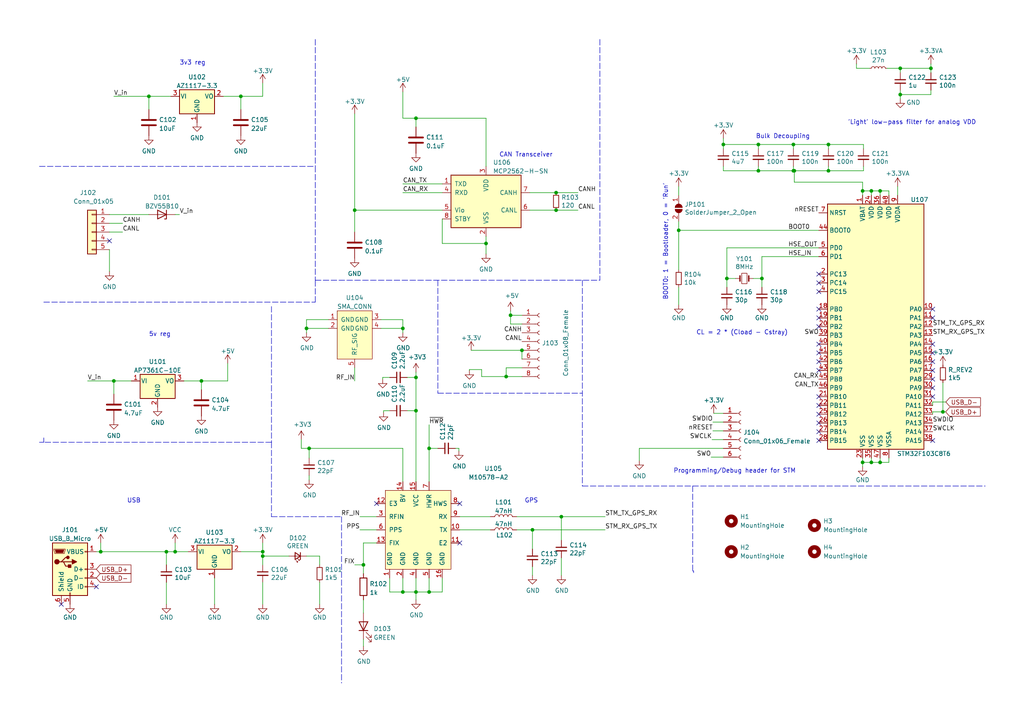
<source format=kicad_sch>
(kicad_sch (version 20211123) (generator eeschema)
  (paper "A4")
  (title_block (title "GPS") (date "2023-02-04") (rev "A") (company "Atharva Kulkarni and Dylan Haussecker") (comment 1 "USST Rocket "))
  (junction (at 102.87 60.96))
  (junction (at 120.65 109.474))
  (junction (at 124.46 171.704))
  (junction (at 250.19 134.112))
  (junction (at 43.18 27.94))
  (junction (at 162.814 149.86))
  (junction (at 120.65 34.29))
  (junction (at 116.84 171.704))
  (junction (at 252.73 55.372))
  (junction (at 89.662 130.048))
  (junction (at 210.82 80.772))
  (junction (at 255.27 134.112))
  (junction (at 220.98 80.772))
  (junction (at 76.2 161.29))
  (junction (at 50.8 160.02))
  (junction (at 219.964 41.91))
  (junction (at 120.65 171.704))
  (junction (at 261.112 19.812))
  (junction (at 58.42 110.49))
  (junction (at 105.41 163.83))
  (junction (at 273.4818 119.4565))
  (junction (at 88.9 95.25))
  (junction (at 48.26 160.02))
  (junction (at 151.384 101.6))
  (junction (at 29.21 160.02))
  (junction (at 116.84 95.25))
  (junction (at 255.27 55.372))
  (junction (at 250.19 55.372))
  (junction (at 230.124 49.53))
  (junction (at 124.46 130.048))
  (junction (at 240.284 41.91))
  (junction (at 146.812 109.22))
  (junction (at 230.124 41.91))
  (junction (at 240.284 49.53))
  (junction (at 270.002 19.812))
  (junction (at 154.432 153.67))
  (junction (at 140.97 70.612))
  (junction (at 252.73 134.112))
  (junction (at 209.804 41.91))
  (junction (at 148.082 91.44))
  (junction (at 69.85 27.94))
  (junction (at 33.02 110.49))
  (junction (at 219.964 49.53))
  (junction (at 161.29 55.88))
  (junction (at 261.112 27.432))
  (junction (at 76.2 160.02))
  (junction (at 161.29 60.96))
  (junction (at 120.65 119.126))
  (junction (at 230.378 49.53))
  (junction (at 196.85 66.802))
  (no_connect (at 237.49 125.222))
  (no_connect (at 237.49 99.822))
  (no_connect (at 237.49 127.762))
  (no_connect (at 237.49 115.062))
  (no_connect (at 270.51 112.522))
  (no_connect (at 237.49 122.682))
  (no_connect (at 237.49 82.042))
  (no_connect (at 270.51 127.762))
  (no_connect (at 237.49 102.362))
  (no_connect (at 237.49 94.742))
  (no_connect (at 133.35 146.05))
  (no_connect (at 31.75 69.85))
  (no_connect (at 237.49 79.502))
  (no_connect (at 270.51 89.662))
  (no_connect (at 270.51 92.202))
  (no_connect (at 237.49 104.902))
  (no_connect (at 237.49 89.662))
  (no_connect (at 270.51 107.442))
  (no_connect (at 109.22 146.05))
  (no_connect (at 270.51 115.062))
  (no_connect (at 270.51 99.822))
  (no_connect (at 133.35 157.48))
  (no_connect (at 237.49 92.202))
  (no_connect (at 237.49 107.442))
  (no_connect (at 27.94 170.18))
  (no_connect (at 237.49 120.142))
  (no_connect (at 270.51 104.902))
  (no_connect (at 237.49 117.602))
  (no_connect (at 237.49 84.582))
  (no_connect (at 270.51 109.982))
  (no_connect (at 17.78 175.26))
  (no_connect (at 270.51 102.362))
  (wire (pts (xy 113.03 167.64) (xy 113.03 171.704)))
  (wire (pts (xy 270.51 119.4565) (xy 273.4818 119.4565)))
  (wire (pts (xy 140.97 34.29) (xy 140.97 48.26)))
  (wire (pts (xy 209.804 41.91) (xy 209.804 43.18)))
  (wire (pts (xy 250.19 135.382) (xy 250.19 134.112)))
  (wire (pts (xy 210.82 80.772) (xy 213.36 80.772)))
  (polyline (pts (xy 78.74 88.9) (xy 78.74 128.27)))
  (wire (pts (xy 76.2 161.29) (xy 76.2 163.83)))
  (wire (pts (xy 87.376 130.048) (xy 89.662 130.048)))
  (wire (pts (xy 124.46 130.048) (xy 124.46 139.7)))
  (wire (pts (xy 92.71 175.26) (xy 92.71 168.91)))
  (wire (pts (xy 240.284 49.53) (xy 250.444 49.53)))
  (wire (pts (xy 248.412 19.812) (xy 252.222 19.812)))
  (wire (pts (xy 151.384 106.68) (xy 146.812 106.68)))
  (wire (pts (xy 116.84 53.34) (xy 128.27 53.34)))
  (wire (pts (xy 162.814 149.86) (xy 162.814 156.718)))
  (wire (pts (xy 48.26 160.02) (xy 48.26 163.83)))
  (wire (pts (xy 92.71 161.29) (xy 88.9 161.29)))
  (wire (pts (xy 196.85 54.102) (xy 196.85 56.642)))
  (wire (pts (xy 128.27 63.5) (xy 128.27 70.612)))
  (wire (pts (xy 270.51 119.4565) (xy 270.51 120.142)))
  (polyline (pts (xy 91.44 87.63) (xy 91.44 81.28)))
  (wire (pts (xy 260.35 54.102) (xy 260.35 56.642)))
  (polyline (pts (xy 173.99 11.43) (xy 173.99 81.28)))
  (wire (pts (xy 105.41 185.42) (xy 105.41 187.452)))
  (wire (pts (xy 230.124 48.26) (xy 230.124 49.53)))
  (wire (pts (xy 124.46 171.704) (xy 120.65 171.704)))
  (wire (pts (xy 116.84 130.048) (xy 116.84 139.7)))
  (wire (pts (xy 148.082 90.17) (xy 148.082 91.44)))
  (wire (pts (xy 209.804 130.048) (xy 185.42 130.048)))
  (polyline (pts (xy 201.168 165.608) (xy 201.168 166.116)))
  (polyline (pts (xy 127 114.046) (xy 168.91 114.046)))
  (wire (pts (xy 219.964 49.53) (xy 219.964 48.26)))
  (wire (pts (xy 113.03 109.474) (xy 110.998 109.474)))
  (wire (pts (xy 257.81 55.372) (xy 257.81 56.642)))
  (polyline (pts (xy 78.74 128.27) (xy 12.7 128.27)))
  (wire (pts (xy 133.096 130.048) (xy 133.096 130.81)))
  (wire (pts (xy 237.49 71.882) (xy 210.82 71.882)))
  (wire (pts (xy 102.87 60.96) (xy 102.87 67.31)))
  (wire (pts (xy 116.84 34.29) (xy 120.65 34.29)))
  (wire (pts (xy 116.84 167.64) (xy 116.84 171.704)))
  (wire (pts (xy 33.02 110.49) (xy 38.1 110.49)))
  (wire (pts (xy 92.71 163.83) (xy 92.71 161.29)))
  (polyline (pts (xy 11.43 48.26) (xy 91.44 48.26)))
  (wire (pts (xy 255.27 132.842) (xy 255.27 134.112)))
  (wire (pts (xy 148.082 91.44) (xy 148.082 93.98)))
  (wire (pts (xy 29.21 160.02) (xy 27.94 160.02)))
  (wire (pts (xy 120.65 107.95) (xy 120.65 109.474)))
  (wire (pts (xy 270.002 18.542) (xy 270.002 19.812)))
  (polyline (pts (xy 91.44 81.28) (xy 173.99 81.28)))
  (wire (pts (xy 140.97 70.612) (xy 140.97 73.66)))
  (wire (pts (xy 66.04 110.49) (xy 66.04 105.41)))
  (wire (pts (xy 116.84 92.71) (xy 116.84 95.25)))
  (wire (pts (xy 58.42 110.49) (xy 58.42 113.03)))
  (wire (pts (xy 206.756 124.968) (xy 209.804 124.968)))
  (wire (pts (xy 270.002 21.082) (xy 270.002 19.812)))
  (wire (pts (xy 210.82 83.312) (xy 210.82 80.772)))
  (wire (pts (xy 230.124 41.91) (xy 219.964 41.91)))
  (wire (pts (xy 151.384 104.14) (xy 151.384 101.6)))
  (polyline (pts (xy 168.91 81.28) (xy 168.91 140.97)))
  (wire (pts (xy 120.65 173.99) (xy 120.65 171.704)))
  (wire (pts (xy 88.9 92.71) (xy 88.9 95.25)))
  (wire (pts (xy 105.41 163.83) (xy 105.41 166.37)))
  (wire (pts (xy 105.41 157.48) (xy 109.22 157.48)))
  (wire (pts (xy 261.112 21.082) (xy 261.112 19.812)))
  (wire (pts (xy 109.22 153.67) (xy 104.394 153.67)))
  (wire (pts (xy 255.27 134.112) (xy 257.81 134.112)))
  (wire (pts (xy 273.4818 110.9728) (xy 273.4818 119.4565)))
  (wire (pts (xy 120.65 167.64) (xy 120.65 171.704)))
  (wire (pts (xy 116.84 26.67) (xy 116.84 34.29)))
  (wire (pts (xy 118.11 119.126) (xy 120.65 119.126)))
  (wire (pts (xy 50.8 62.23) (xy 52.07 62.23)))
  (wire (pts (xy 102.87 60.96) (xy 128.27 60.96)))
  (wire (pts (xy 230.378 49.53) (xy 240.284 49.53)))
  (wire (pts (xy 196.85 66.802) (xy 196.85 78.232)))
  (polyline (pts (xy 99.06 149.86) (xy 99.06 198.12)))
  (wire (pts (xy 230.378 49.53) (xy 230.378 52.832)))
  (wire (pts (xy 148.082 91.44) (xy 151.384 91.44)))
  (wire (pts (xy 116.84 55.88) (xy 128.27 55.88)))
  (wire (pts (xy 218.44 80.772) (xy 220.98 80.772)))
  (wire (pts (xy 274.3367 116.598) (xy 270.51 116.598)))
  (wire (pts (xy 240.284 43.18) (xy 240.284 41.91)))
  (wire (pts (xy 185.42 130.048) (xy 185.42 133.604)))
  (wire (pts (xy 120.65 34.29) (xy 120.65 36.83)))
  (wire (pts (xy 252.73 134.112) (xy 255.27 134.112)))
  (wire (pts (xy 220.98 74.422) (xy 237.49 74.422)))
  (wire (pts (xy 206.756 122.428) (xy 209.804 122.428)))
  (wire (pts (xy 257.81 134.112) (xy 257.81 132.842)))
  (wire (pts (xy 207.01 119.888) (xy 209.804 119.888)))
  (polyline (pts (xy 78.74 128.27) (xy 78.74 149.86)))
  (wire (pts (xy 250.19 52.832) (xy 250.19 55.372)))
  (wire (pts (xy 76.2 175.26) (xy 76.2 168.91)))
  (wire (pts (xy 206.502 127.508) (xy 209.804 127.508)))
  (wire (pts (xy 230.124 43.18) (xy 230.124 41.91)))
  (wire (pts (xy 162.814 161.798) (xy 162.814 166.878)))
  (wire (pts (xy 29.21 160.02) (xy 48.26 160.02)))
  (wire (pts (xy 110.49 92.71) (xy 116.84 92.71)))
  (wire (pts (xy 76.2 157.48) (xy 76.2 160.02)))
  (polyline (pts (xy 91.44 11.43) (xy 91.44 48.26)))
  (polyline (pts (xy 200.914 140.97) (xy 200.914 165.608)))
  (wire (pts (xy 29.21 157.48) (xy 29.21 160.02)))
  (wire (pts (xy 196.85 88.392) (xy 196.85 83.312)))
  (wire (pts (xy 252.73 55.372) (xy 255.27 55.372)))
  (wire (pts (xy 48.26 175.26) (xy 48.26 168.91)))
  (wire (pts (xy 237.49 66.802) (xy 196.85 66.802)))
  (polyline (pts (xy 78.74 149.86) (xy 99.06 149.86)))
  (wire (pts (xy 154.432 164.338) (xy 154.432 166.878)))
  (wire (pts (xy 102.87 106.68) (xy 102.87 110.49)))
  (wire (pts (xy 261.112 28.702) (xy 261.112 27.432)))
  (wire (pts (xy 89.662 130.048) (xy 89.662 132.842)))
  (wire (pts (xy 105.41 157.48) (xy 105.41 163.83)))
  (wire (pts (xy 116.84 95.25) (xy 116.84 96.52)))
  (wire (pts (xy 146.812 106.68) (xy 146.812 109.22)))
  (wire (pts (xy 248.412 18.542) (xy 248.412 19.812)))
  (wire (pts (xy 219.964 41.91) (xy 209.804 41.91)))
  (wire (pts (xy 146.812 109.22) (xy 139.7 109.22)))
  (polyline (pts (xy 11.43 128.27) (xy 12.7 128.27)))
  (wire (pts (xy 102.87 163.83) (xy 105.41 163.83)))
  (wire (pts (xy 124.46 123.19) (xy 124.46 130.048)))
  (wire (pts (xy 149.86 153.67) (xy 154.432 153.67)))
  (wire (pts (xy 110.49 95.25) (xy 116.84 95.25)))
  (wire (pts (xy 196.85 64.262) (xy 196.85 66.802)))
  (wire (pts (xy 120.65 119.126) (xy 120.65 139.7)))
  (wire (pts (xy 69.85 160.02) (xy 76.2 160.02)))
  (polyline (pts (xy 160.02 81.28) (xy 168.91 81.28)))
  (wire (pts (xy 124.46 171.704) (xy 128.27 171.704)))
  (polyline (pts (xy 91.44 48.26) (xy 91.44 81.28)))
  (wire (pts (xy 120.65 34.29) (xy 140.97 34.29)))
  (wire (pts (xy 250.444 48.26) (xy 250.444 49.53)))
  (wire (pts (xy 64.77 27.94) (xy 69.85 27.94)))
  (wire (pts (xy 43.18 27.94) (xy 43.18 31.75)))
  (wire (pts (xy 261.112 27.432) (xy 270.002 27.432)))
  (wire (pts (xy 128.27 167.64) (xy 128.27 171.704)))
  (wire (pts (xy 230.124 49.53) (xy 230.378 49.53)))
  (wire (pts (xy 250.19 55.372) (xy 252.73 55.372)))
  (wire (pts (xy 31.75 72.39) (xy 31.75 78.74)))
  (wire (pts (xy 104.394 149.86) (xy 109.22 149.86)))
  (wire (pts (xy 273.4818 119.4565) (xy 274.279 119.4565)))
  (polyline (pts (xy 127 81.28) (xy 127 114.046)))
  (wire (pts (xy 151.384 109.22) (xy 146.812 109.22)))
  (wire (pts (xy 209.804 48.26) (xy 209.804 49.53)))
  (wire (pts (xy 209.804 40.132) (xy 209.804 41.91)))
  (wire (pts (xy 53.34 110.49) (xy 58.42 110.49)))
  (wire (pts (xy 210.82 71.882) (xy 210.82 80.772)))
  (wire (pts (xy 162.814 149.86) (xy 175.514 149.86)))
  (wire (pts (xy 120.65 109.474) (xy 120.65 119.126)))
  (wire (pts (xy 250.444 43.18) (xy 250.444 41.91)))
  (wire (pts (xy 31.75 67.31) (xy 35.56 67.31)))
  (wire (pts (xy 113.03 119.126) (xy 111.252 119.126)))
  (wire (pts (xy 250.19 134.112) (xy 250.19 132.842)))
  (wire (pts (xy 261.112 26.162) (xy 261.112 27.432)))
  (wire (pts (xy 161.29 55.88) (xy 167.64 55.88)))
  (wire (pts (xy 161.29 60.96) (xy 167.64 60.96)))
  (wire (pts (xy 133.35 149.86) (xy 142.24 149.86)))
  (wire (pts (xy 89.662 130.048) (xy 116.84 130.048)))
  (wire (pts (xy 88.9 95.25) (xy 88.9 96.52)))
  (polyline (pts (xy 12.7 127) (xy 12.7 128.27)))
  (wire (pts (xy 69.85 27.94) (xy 76.2 27.94)))
  (polyline (pts (xy 168.91 140.97) (xy 285.75 140.97)))
  (wire (pts (xy 124.46 167.64) (xy 124.46 171.704)))
  (wire (pts (xy 33.02 27.94) (xy 43.18 27.94)))
  (wire (pts (xy 255.27 55.372) (xy 257.81 55.372)))
  (wire (pts (xy 270.002 19.812) (xy 261.112 19.812)))
  (wire (pts (xy 33.02 110.49) (xy 33.02 114.3)))
  (wire (pts (xy 111.252 119.126) (xy 111.252 119.634)))
  (wire (pts (xy 219.964 41.91) (xy 219.964 43.18)))
  (wire (pts (xy 110.998 109.474) (xy 110.998 109.982)))
  (wire (pts (xy 230.378 52.832) (xy 250.19 52.832)))
  (wire (pts (xy 139.7 107.188) (xy 136.144 107.188)))
  (wire (pts (xy 257.302 19.812) (xy 261.112 19.812)))
  (polyline (pts (xy 200.914 165.608) (xy 201.168 165.608)))
  (wire (pts (xy 69.85 27.94) (xy 69.85 31.75)))
  (wire (pts (xy 148.082 93.98) (xy 151.384 93.98)))
  (wire (pts (xy 54.61 160.02) (xy 50.8 160.02)))
  (polyline (pts (xy 12.7 87.63) (xy 91.44 87.63)))
  (wire (pts (xy 76.2 160.02) (xy 76.2 161.29)))
  (wire (pts (xy 154.432 153.67) (xy 154.432 159.258)))
  (wire (pts (xy 43.18 27.94) (xy 49.53 27.94)))
  (wire (pts (xy 62.23 175.26) (xy 62.23 167.64)))
  (wire (pts (xy 240.284 41.91) (xy 230.124 41.91)))
  (wire (pts (xy 118.11 109.474) (xy 120.65 109.474)))
  (wire (pts (xy 136.144 107.188) (xy 136.144 107.442)))
  (wire (pts (xy 116.84 171.704) (xy 120.65 171.704)))
  (wire (pts (xy 105.41 173.99) (xy 105.41 177.8)))
  (wire (pts (xy 132.08 130.048) (xy 133.096 130.048)))
  (wire (pts (xy 209.804 49.53) (xy 219.964 49.53)))
  (wire (pts (xy 95.25 92.71) (xy 88.9 92.71)))
  (wire (pts (xy 255.27 56.642) (xy 255.27 55.372)))
  (wire (pts (xy 250.19 55.372) (xy 250.19 56.642)))
  (wire (pts (xy 140.97 68.58) (xy 140.97 70.612)))
  (wire (pts (xy 50.8 157.48) (xy 50.8 160.02)))
  (wire (pts (xy 252.73 56.642) (xy 252.73 55.372)))
  (wire (pts (xy 58.42 110.49) (xy 66.04 110.49)))
  (wire (pts (xy 89.662 137.922) (xy 89.662 139.192)))
  (wire (pts (xy 76.2 27.94) (xy 76.2 24.13)))
  (wire (pts (xy 252.73 132.842) (xy 252.73 134.112)))
  (wire (pts (xy 113.03 171.704) (xy 116.84 171.704)))
  (wire (pts (xy 136.652 101.6) (xy 151.384 101.6)))
  (wire (pts (xy 128.27 70.612) (xy 140.97 70.612)))
  (wire (pts (xy 220.98 80.772) (xy 220.98 74.422)))
  (wire (pts (xy 154.432 153.67) (xy 175.514 153.67)))
  (wire (pts (xy 250.444 41.91) (xy 240.284 41.91)))
  (wire (pts (xy 220.98 83.312) (xy 220.98 80.772)))
  (wire (pts (xy 153.67 55.88) (xy 161.29 55.88)))
  (wire (pts (xy 240.284 48.26) (xy 240.284 49.53)))
  (wire (pts (xy 270.002 27.432) (xy 270.002 26.162)))
  (wire (pts (xy 270.51 116.598) (xy 270.51 117.602)))
  (wire (pts (xy 83.82 161.29) (xy 76.2 161.29)))
  (wire (pts (xy 87.376 127.508) (xy 87.376 130.048)))
  (wire (pts (xy 50.8 160.02) (xy 48.26 160.02)))
  (wire (pts (xy 206.248 132.588) (xy 209.804 132.588)))
  (wire (pts (xy 219.964 49.53) (xy 230.124 49.53)))
  (wire (pts (xy 250.19 134.112) (xy 252.73 134.112)))
  (wire (pts (xy 149.86 149.86) (xy 162.814 149.86)))
  (wire (pts (xy 139.7 109.22) (xy 139.7 107.188)))
  (wire (pts (xy 95.25 95.25) (xy 88.9 95.25)))
  (wire (pts (xy 142.24 153.67) (xy 133.35 153.67)))
  (wire (pts (xy 31.75 62.23) (xy 43.18 62.23)))
  (wire (pts (xy 25.4 110.49) (xy 33.02 110.49)))
  (wire (pts (xy 153.67 60.96) (xy 161.29 60.96)))
  (wire (pts (xy 124.46 130.048) (xy 127 130.048)))
  (wire (pts (xy 102.87 33.02) (xy 102.87 60.96)))
  (wire (pts (xy 31.75 64.77) (xy 35.56 64.77)))
  (text "USB\n" (at 36.83 146.05 0) (effects (font (size 1.27 1.27)) (justify left bottom)))
  (text "CAN Transceiver\n" (at 144.78 45.72 0) (effects (font (size 1.27 1.27)) (justify left bottom)))
  (text "'Light' low-pass filter for analog VDD" (at 245.872 36.322 0) (effects (font (size 1.27 1.27)) (justify left bottom)))
  (text "5v reg\n" (at 43.18 97.79 0) (effects (font (size 1.27 1.27)) (justify left bottom)))
  (text "Bulk Decoupling\n" (at 219.202 40.386 0) (effects (font (size 1.27 1.27)) (justify left bottom)))
  (text "CL = 2 * (Cload - Cstray)" (at 201.93 97.282 0) (effects (font (size 1.27 1.27)) (justify left bottom)))
  (text "Programming/Debug header for STM\n" (at 195.326 137.414 0) (effects (font (size 1.27 1.27)) (justify left bottom)))
  (text "GPS" (at 152.146 146.05 0) (effects (font (size 1.27 1.27)) (justify left bottom)))
  (text "3v3 reg\n" (at 52.07 19.05 0) (effects (font (size 1.27 1.27)) (justify left bottom)))
  (text "BOOT0: 1 = Bootloader, 0 = 'Run'" (at 193.802 87.122 90) (effects (font (size 1.27 1.27)) (justify left bottom)))
  (label "STM_RX_GPS_TX" (at 270.51 97.282 0))
  (label "STM_TX_GPS_RX" (at 175.514 149.86 0))
  (label "nRESET" (at 206.756 124.968 180))
  (label "CANL" (at 35.56 67.31 0))
  (label "CAN_RX" (at 237.49 109.982 180))
  (label "V_in" (at 52.07 62.23 0))
  (label "V_in" (at 33.02 27.94 0))
  (label "CAN_RX" (at 116.84 55.88 0))
  (label "FIX" (at 102.87 163.83 180))
  (label "CANL" (at 151.384 99.06 180))
  (label "RF_IN" (at 104.394 149.86 180))
  (label "SWDIO" (at 270.51 122.682 0))
  (label "SWO" (at 206.248 132.588 180))
  (label "HSE_OUT" (at 228.6 71.882 0))
  (label "SWO" (at 237.49 97.282 180))
  (label "BOOT0" (at 228.6 66.802 0))
  (label "~{HWR}" (at 124.46 123.19 0))
  (label "SWCLK" (at 206.502 127.508 180))
  (label "SWCLK" (at 270.51 125.222 0))
  (label "STM_TX_GPS_RX" (at 270.51 94.742 0))
  (label "CANL" (at 167.64 60.96 0))
  (label "CAN_TX" (at 237.49 112.522 180))
  (label "RF_IN" (at 102.87 110.49 180))
  (label "PPS" (at 104.394 153.67 180))
  (label "CANH" (at 35.56 64.77 0))
  (label "V_in" (at 25.4 110.49 0))
  (label "nRESET" (at 237.49 61.722 180))
  (label "HSE_IN" (at 228.6 74.422 0))
  (label "CAN_TX" (at 116.84 53.34 0))
  (label "CANH" (at 151.384 96.52 180))
  (label "SWDIO" (at 206.756 122.428 180))
  (label "STM_RX_GPS_TX" (at 175.514 153.67 0))
  (label "CANH" (at 167.64 55.88 0))
  (global_label "USB_D-" (shape input) (at 274.3367 116.598 0) (property "Intersheet References" "${INTERSHEET_REFS}" (effects hide)))
  (global_label "USB_D+" (shape input) (at 274.279 119.4565 0) (property "Intersheet References" "${INTERSHEET_REFS}" (effects hide)))
  (global_label "USB_D-" (shape input) (at 27.94 167.64 0) (property "Intersheet References" "${INTERSHEET_REFS}" (effects hide)))
  (global_label "USB_D+" (shape input) (at 27.94 165.1 0) (property "Intersheet References" "${INTERSHEET_REFS}" (effects hide)))
  (symbol (lib_id "Device:C_Small") (at 115.57 109.474 90) (unit 1)
    (property "Reference" "C109" (at 114.4016 107.1372 0) (effects (justify left)))
    (property "Value" "2.2uF" (at 116.713 107.1372 0) (effects (justify left)))
    (property "Footprint" "Capacitor_SMD:C_0805_2012Metric" (effects hide))
    (property "LCSC Part #" "C15849" (effects hide))
  )
  (symbol (lib_id "Interface_CAN_LIN:MCP2562-H-SN") (at 140.97 58.42 0) (unit 1)
    (property "Reference" "U106" (at 142.9894 47.1002 0) (effects (justify left)))
    (property "Value" "MCP2562-H-SN" (at 142.9894 49.6371 0) (effects (justify left)))
    (property "Footprint" "Package_SO:SOIC-8_3.9x4.9mm_P1.27mm" (effects hide))
    (property "Datasheet" "http://ww1.microchip.com/downloads/en/DeviceDoc/25167A.pdf" (effects hide))
  )
  (symbol (lib_id "power:+3V3") (at 120.65 107.95 0) (unit 1)
    (property "Reference" "#PWR0122" (effects hide))
    (property "Value" "+3V3" (at 121.031 103.5558 0))
  )
  (symbol (lib_id "power:GND") (at 250.19 135.382 0) (unit 1)
    (property "Reference" "#PWR0138" (effects hide))
    (property "Value" "GND" (at 250.19 139.192 0))
  )
  (symbol (lib_id "Regulator_Linear:AP7361C-10E") (at 45.72 110.49 0) (unit 1)
    (property "Reference" "U101" (at 45.72 104.8852 0))
    (property "Value" "AP7361C-10E" (at 45.72 107.4221 0))
    (property "Footprint" "Package_TO_SOT_SMD:SOT-223-3_TabPin2" (effects hide))
    (property "Datasheet" "https://www.diodes.com/assets/Datasheets/AP7361C.pdf" (effects hide))
  )
  (symbol (lib_id "Device:C_Small") (at 270.002 23.622 0) (unit 1)
    (property "Reference" "C123" (at 272.3388 22.4536 0) (effects (justify left)))
    (property "Value" "100n" (at 272.3388 24.765 0) (effects (justify left)))
    (property "Footprint" "Capacitor_SMD:C_0805_2012Metric_Pad1.18x1.45mm_HandSolder" (effects hide))
    (property "LCSC Part #" "C1525" (effects hide))
  )
  (symbol (lib_id "Device:LED") (at 105.41 181.61 90) (unit 1)
    (property "Reference" "D103" (at 108.331 182.3628 90) (effects (justify right)))
    (property "Value" "GREEN" (at 108.331 184.8997 90) (effects (justify right)))
    (property "Footprint" "LED_SMD:LED_0805_2012Metric_Pad1.15x1.40mm_HandSolder" (effects hide))
  )
  (symbol (lib_id "power:+3.3VA") (at 260.35 54.102 0) (unit 1)
    (property "Reference" "#PWR0149" (effects hide))
    (property "Value" "+3.3VA" (at 260.35 50.292 0))
  )
  (symbol (lib_id "power:GND") (at 140.97 73.66 0) (unit 1)
    (property "Reference" "#PWR0126" (effects hide))
    (property "Value" "GND" (at 140.97 78.1034 0))
  )
  (symbol (lib_id "Device:Crystal_Small") (at 215.9 80.772 0) (unit 1)
    (property "Reference" "Y101" (at 215.9 75.057 0))
    (property "Value" "8MHz" (at 215.9 77.3684 0))
    (property "Footprint" "Crystal:Crystal_SMD_5032-2Pin_5.0x3.2mm" (effects hide))
    (property "LCSC Part #" "C115962" (effects hide))
  )
  (symbol (lib_id "Mechanical:MountingHole") (at 236.22 152.4 0) (unit 1)
    (property "Reference" "H3" (at 238.76 151.1299 0) (effects (justify left)))
    (property "Value" "MountingHole" (at 238.76 153.6699 0) (effects (justify left)))
    (property "Footprint" "MountingHole:MountingHole_3.2mm_M3" (effects hide))
  )
  (symbol (lib_id "Device:R_Small") (at 273.4818 108.4328 0) (unit 1)
    (property "Reference" "R_REV2" (at 274.9804 107.2644 0) (effects (justify left)))
    (property "Value" "1k5" (at 274.9804 109.5758 0) (effects (justify left)))
    (property "Footprint" "Resistor_SMD:R_0805_2012Metric" (effects hide))
    (property "LCSC Part #" "C22843" (effects hide))
  )
  (symbol (lib_id "Device:LED_Small") (at 86.36 161.29 180) (unit 1)
    (property "Reference" "D102" (at 86.36 156.0322 0))
    (property "Value" "GREEN" (at 86.36 158.3436 0))
    (property "Footprint" "LED_SMD:LED_0805_2012Metric_Pad1.15x1.40mm_HandSolder" (effects hide))
    (property "LCSC Part #" "C72043" (effects hide))
  )
  (symbol (lib_id "Mechanical:MountingHole") (at 212.09 151.13 0) (unit 1)
    (property "Reference" "H1" (at 214.63 149.8599 0) (effects (justify left)))
    (property "Value" "MountingHole" (at 214.63 152.3999 0) (effects (justify left)))
    (property "Footprint" "MountingHole:MountingHole_3.2mm_M3" (effects hide))
  )
  (symbol (lib_id "power:GND") (at 136.144 107.442 0) (unit 1)
    (property "Reference" "#PWR0128" (effects hide))
    (property "Value" "GND" (at 136.144 111.8854 0))
  )
  (symbol (lib_id "power:GND") (at 102.87 74.93 0) (unit 1)
    (property "Reference" "#PWR0131" (effects hide))
    (property "Value" "GND" (at 102.87 79.3734 0))
  )
  (symbol (lib_id "canhw:M10578-A2") (at 120.65 151.13 0) (unit 1)
    (property "Reference" "U105" (at 140.462 135.89 0) (effects (justify left)))
    (property "Value" "M10578-A2" (at 135.89 138.43 0) (effects (justify left)))
    (property "Footprint" "canhw:M10578-A2" (effects hide))
  )
  (symbol (lib_id "power:+3.3V") (at 76.2 157.48 0) (unit 1)
    (property "Reference" "#PWR0105" (effects hide))
    (property "Value" "+3.3V" (at 76.2 153.67 0))
  )
  (symbol (lib_id "Device:C_Small") (at 48.26 166.37 0) (unit 1)
    (property "Reference" "C103" (at 50.5968 165.2016 0) (effects (justify left)))
    (property "Value" "10uF" (at 50.5968 167.513 0) (effects (justify left)))
    (property "Footprint" "Capacitor_SMD:C_0603_1608Metric" (effects hide))
    (property "LCSC Part #" "C15849" (effects hide))
  )
  (symbol (lib_id "Device:C_Small") (at 240.284 45.72 0) (unit 1)
    (property "Reference" "C120" (at 242.6208 44.5516 0) (effects (justify left)))
    (property "Value" "100n" (at 242.6208 46.863 0) (effects (justify left)))
    (property "Footprint" "Capacitor_SMD:C_0805_2012Metric_Pad1.18x1.45mm_HandSolder" (effects hide))
    (property "LCSC Part #" "C1525" (effects hide))
  )
  (symbol (lib_id "power:GND") (at 196.85 88.392 0) (unit 1)
    (property "Reference" "#PWR0143" (effects hide))
    (property "Value" "GND" (at 196.85 92.202 0))
  )
  (symbol (lib_id "power:+3.3V") (at 209.804 40.132 0) (unit 1)
    (property "Reference" "#PWR0145" (effects hide))
    (property "Value" "+3.3V" (at 209.804 36.322 0))
  )
  (symbol (lib_id "power:+3V3") (at 87.376 127.508 0) (unit 1)
    (property "Reference" "#PWR0112" (effects hide))
    (property "Value" "+3V3" (at 87.757 123.1138 0))
  )
  (symbol (lib_id "Jumper:SolderJumper_2_Open") (at 196.85 60.452 270) (unit 1)
    (property "Reference" "JP101" (at 198.5772 59.2836 90) (effects (justify left)))
    (property "Value" "SolderJumper_2_Open" (at 198.5772 61.595 90) (effects (justify left)))
    (property "Footprint" "Jumper:SolderJumper-2_P1.3mm_Open_Pad1.0x1.5mm" (effects hide))
  )
  (symbol (lib_id "power:+5V") (at 66.04 105.41 0) (unit 1)
    (property "Reference" "#PWR0109" (effects hide))
    (property "Value" "+5V" (at 66.04 101.8342 0))
  )
  (symbol (lib_id "power:GND") (at 185.42 133.604 0) (unit 1)
    (property "Reference" "#PWR0139" (effects hide))
    (property "Value" "GND" (at 185.42 138.0474 0))
  )
  (symbol (lib_id "power:+3.3V") (at 196.85 54.102 0) (unit 1)
    (property "Reference" "#PWR0141" (effects hide))
    (property "Value" "+3.3V" (at 196.85 50.292 0))
  )
  (symbol (lib_id "power:GND") (at 105.41 187.452 0) (unit 1)
    (property "Reference" "#PWR0137" (effects hide))
    (property "Value" "GND" (at 105.537 191.8462 0))
  )
  (symbol (lib_id "power:+3.3V") (at 248.412 18.542 0) (unit 1)
    (property "Reference" "#PWR0148" (effects hide))
    (property "Value" "+3.3V" (at 248.412 14.732 0))
  )
  (symbol (lib_id "power:VCC") (at 50.8 157.48 0) (mirror y) (unit 1)
    (property "Reference" "#PWR0102" (effects hide))
    (property "Value" "VCC" (at 50.8 153.67 0))
  )
  (symbol (lib_id "Device:L") (at 146.05 153.67 90) (unit 1)
    (property "Reference" "L102" (at 146.304 155.194 90))
    (property "Value" "47nH" (at 146.05 151.9991 90))
    (property "Footprint" "Inductor_SMD:L_0805_2012Metric_Pad1.15x1.40mm_HandSolder" (effects hide))
  )
  (symbol (lib_id "power:GND") (at 45.72 118.11 0) (unit 1)
    (property "Reference" "#PWR0108" (effects hide))
    (property "Value" "GND" (at 45.72 122.5534 0))
  )
  (symbol (lib_id "power:+3.3V") (at 273.4818 105.8928 0) (unit 1)
    (property "Reference" "#PWR0150" (effects hide))
    (property "Value" "+3.3V" (at 273.4818 102.0828 0))
  )
  (symbol (lib_id "power:GND") (at 120.65 44.45 0) (unit 1)
    (property "Reference" "#PWR0125" (effects hide))
    (property "Value" "GND" (at 120.65 48.8934 0))
  )
  (symbol (lib_id "Device:R_Small") (at 196.85 80.772 0) (unit 1)
    (property "Reference" "R104" (at 198.3486 79.6036 0) (effects (justify left)))
    (property "Value" "10k" (at 198.3486 81.915 0) (effects (justify left)))
    (property "Footprint" "Resistor_SMD:R_0805_2012Metric_Pad1.20x1.40mm_HandSolder" (effects hide))
    (property "LCSC Part #" "C25744" (effects hide))
  )
  (symbol (lib_id "Device:C_Small") (at 210.82 85.852 0) (unit 1)
    (property "Reference" "C116" (at 213.1568 84.6836 0) (effects (justify left)))
    (property "Value" "30p" (at 213.1568 86.995 0) (effects (justify left)))
    (property "Footprint" "Capacitor_SMD:C_0805_2012Metric_Pad1.18x1.45mm_HandSolder" (effects hide))
    (property "LCSC Part #" "C1570" (effects hide))
  )
  (symbol (lib_id "power:GND") (at 261.112 28.702 0) (unit 1)
    (property "Reference" "#PWR0147" (effects hide))
    (property "Value" "GND" (at 264.922 29.718 0))
  )
  (symbol (lib_id "power:GND") (at 89.662 139.192 0) (unit 1)
    (property "Reference" "#PWR0114" (effects hide))
    (property "Value" "GND" (at 89.789 143.5862 0))
  )
  (symbol (lib_id "power:GND") (at 31.75 78.74 0) (unit 1)
    (property "Reference" "#PWR0117" (effects hide))
    (property "Value" "GND" (at 31.75 83.1834 0))
  )
  (symbol (lib_id "Device:C_Small") (at 230.124 45.72 0) (unit 1)
    (property "Reference" "C119" (at 232.4608 44.5516 0) (effects (justify left)))
    (property "Value" "100n" (at 232.4608 46.863 0) (effects (justify left)))
    (property "Footprint" "Capacitor_SMD:C_0805_2012Metric_Pad1.18x1.45mm_HandSolder" (effects hide))
    (property "LCSC Part #" "C1525" (effects hide))
  )
  (symbol (lib_id "power:GND") (at 33.02 121.92 0) (unit 1)
    (property "Reference" "#PWR0111" (effects hide))
    (property "Value" "GND" (at 33.02 126.3634 0))
  )
  (symbol (lib_id "Device:C") (at 33.02 118.11 0) (unit 1)
    (property "Reference" "C101" (at 35.941 117.2753 0) (effects (justify left)))
    (property "Value" "4.7uF" (at 35.941 119.8122 0) (effects (justify left)))
    (property "Footprint" "Capacitor_SMD:C_0805_2012Metric" (effects hide))
  )
  (symbol (lib_id "Regulator_Linear:AZ1117-3.3") (at 62.23 160.02 0) (unit 1)
    (property "Reference" "U103" (at 62.23 154.4152 0))
    (property "Value" "AZ1117-3.3" (at 62.23 156.9521 0))
    (property "Footprint" "Package_TO_SOT_SMD:SOT-223" (effects hide))
    (property "Datasheet" "https://www.diodes.com/assets/Datasheets/AZ1117.pdf" (effects hide))
  )
  (symbol (lib_id "Connector:Conn_01x08_Female") (at 156.464 99.06 0) (unit 1)
    (property "Reference" "J103" (at 157.1752 99.4953 0) (effects (justify left)))
    (property "Value" "Conn_01x08_Female" (at 164.084 109.22 90) (effects (justify left)))
    (property "Footprint" "Connector_PinHeader_1.27mm:PinHeader_1x08_P1.27mm_Horizontal" (effects hide))
  )
  (symbol (lib_id "Device:L_Small") (at 254.762 19.812 90) (unit 1)
    (property "Reference" "L103" (at 254.762 15.113 90))
    (property "Value" "27n" (at 254.762 17.4244 90))
    (property "Footprint" "Inductor_SMD:L_0402_1005Metric" (effects hide))
    (property "LCSC Part #" "C18830" (effects hide))
  )
  (symbol (lib_id "Device:R_Small") (at 92.71 166.37 0) (unit 1)
    (property "Reference" "R101" (at 94.2086 165.2016 0) (effects (justify left)))
    (property "Value" "1k5" (at 94.2086 167.513 0) (effects (justify left)))
    (property "Footprint" "Resistor_SMD:R_0805_2012Metric" (effects hide))
    (property "LCSC Part #" "C22843" (effects hide))
  )
  (symbol (lib_id "Device:C_Small") (at 219.964 45.72 0) (unit 1)
    (property "Reference" "C117" (at 222.3008 44.5516 0) (effects (justify left)))
    (property "Value" "100n" (at 222.3008 46.863 0) (effects (justify left)))
    (property "Footprint" "Capacitor_SMD:C_0805_2012Metric_Pad1.18x1.45mm_HandSolder" (effects hide))
    (property "LCSC Part #" "C1525" (effects hide))
  )
  (symbol (lib_id "power:GND") (at 76.2 175.26 0) (mirror y) (unit 1)
    (property "Reference" "#PWR0104" (effects hide))
    (property "Value" "GND" (at 76.2 179.07 0))
  )
  (symbol (lib_id "power:GND") (at 88.9 96.52 0) (unit 1)
    (property "Reference" "#PWR0123" (effects hide))
    (property "Value" "GND" (at 89.027 100.9142 0))
  )
  (symbol (lib_id "power:GND") (at 210.82 88.392 0) (unit 1)
    (property "Reference" "#PWR0142" (effects hide))
    (property "Value" "GND" (at 210.82 92.202 0))
  )
  (symbol (lib_id "Diode:BZV55B10") (at 46.99 62.23 180) (unit 1)
    (property "Reference" "D101" (at 46.99 57.2602 0))
    (property "Value" "BZV55B10" (at 46.99 59.7971 0))
    (property "Footprint" "Diode_SMD:D_MiniMELF" (effects hide))
    (property "Datasheet" "https://assets.nexperia.com/documents/data-sheet/BZV55_SER.pdf" (effects hide))
  )
  (symbol (lib_id "Connector:Conn_01x06_Female") (at 214.884 124.968 0) (unit 1)
    (property "Reference" "J104" (at 215.5952 125.4033 0) (effects (justify left)))
    (property "Value" "Conn_01x06_Female" (at 215.5952 127.9402 0) (effects (justify left)))
    (property "Footprint" "Connector:Tag-Connect_TC2030-IDC-FP_2x03_P1.27mm_Vertical" (effects hide))
  )
  (symbol (lib_id "MCU_ST_STM32F1:STM32F103C8Tx") (at 255.27 94.742 0) (unit 1)
    (property "Reference" "U107" (at 266.7 57.912 0))
    (property "Value" "STM32F103C8T6" (at 267.97 131.572 0))
    (property "Footprint" "Package_QFP:LQFP-48_7x7mm_P0.5mm" (effects hide))
    (property "Datasheet" "http://www.st.com/st-web-ui/static/active/en/resource/technical/document/datasheet/CD00161566.pdf" (effects hide))
    (property "LCSC Part #" "C8734" (effects hide))
  )
  (symbol (lib_id "power:GND") (at 20.32 175.26 0) (mirror y) (unit 1)
    (property "Reference" "#PWR0107" (effects hide))
    (property "Value" "GND" (at 20.32 179.07 0))
  )
  (symbol (lib_id "power:GND") (at 58.42 120.65 0) (unit 1)
    (property "Reference" "#PWR0110" (effects hide))
    (property "Value" "GND" (at 58.42 125.0934 0))
  )
  (symbol (lib_id "Device:C_Small") (at 220.98 85.852 0) (unit 1)
    (property "Reference" "C118" (at 223.3168 84.6836 0) (effects (justify left)))
    (property "Value" "30p" (at 223.3168 86.995 0) (effects (justify left)))
    (property "Footprint" "Capacitor_SMD:C_0805_2012Metric_Pad1.18x1.45mm_HandSolder" (effects hide))
    (property "LCSC Part #" "C1570" (effects hide))
  )
  (symbol (lib_id "power:GND") (at 48.26 175.26 0) (mirror y) (unit 1)
    (property "Reference" "#PWR0106" (effects hide))
    (property "Value" "GND" (at 48.26 179.07 0))
  )
  (symbol (lib_id "Device:C") (at 69.85 35.56 0) (unit 1)
    (property "Reference" "C105" (at 72.771 34.7253 0) (effects (justify left)))
    (property "Value" "22uF" (at 72.771 37.2622 0) (effects (justify left)))
    (property "Footprint" "Capacitor_SMD:C_0805_2012Metric" (effects hide))
  )
  (symbol (lib_id "Device:R") (at 105.41 170.18 0) (unit 1)
    (property "Reference" "R102" (at 107.188 169.3453 0) (effects (justify left)))
    (property "Value" "1k" (at 107.188 171.8822 0) (effects (justify left)))
    (property "Footprint" "Resistor_SMD:R_0805_2012Metric_Pad1.20x1.40mm_HandSolder" (effects hide))
  )
  (symbol (lib_id "power:GND") (at 154.432 166.878 0) (unit 1)
    (property "Reference" "#PWR0133" (effects hide))
    (property "Value" "GND" (at 154.559 171.2722 0))
  )
  (symbol (lib_id "Device:C_Small") (at 154.432 161.798 0) (unit 1)
    (property "Reference" "C113" (at 156.7688 160.6296 0) (effects (justify left)))
    (property "Value" "22pF" (at 156.7688 162.941 0) (effects (justify left)))
    (property "Footprint" "Capacitor_SMD:C_0805_2012Metric" (effects hide))
    (property "LCSC Part #" "C15849" (effects hide))
  )
  (symbol (lib_id "power:+3.3V") (at 102.87 33.02 0) (unit 1)
    (property "Reference" "#PWR0129" (effects hide))
    (property "Value" "+3.3V" (at 102.87 29.4442 0))
  )
  (symbol (lib_id "Device:C") (at 58.42 116.84 0) (unit 1)
    (property "Reference" "C104" (at 61.341 116.0053 0) (effects (justify left)))
    (property "Value" "4.7uF" (at 61.341 118.5422 0) (effects (justify left)))
    (property "Footprint" "Capacitor_SMD:C_0805_2012Metric" (effects hide))
  )
  (symbol (lib_id "power:GND") (at 116.84 96.52 0) (unit 1)
    (property "Reference" "#PWR0121" (effects hide))
    (property "Value" "GND" (at 116.967 100.9142 0))
  )
  (symbol (lib_id "Device:C") (at 43.18 35.56 0) (unit 1)
    (property "Reference" "C102" (at 46.101 34.7253 0) (effects (justify left)))
    (property "Value" "10uF" (at 46.101 37.2622 0) (effects (justify left)))
    (property "Footprint" "Capacitor_SMD:C_0805_2012Metric" (effects hide))
  )
  (symbol (lib_id "power:GND") (at 111.252 119.634 0) (unit 1)
    (property "Reference" "#PWR0113" (effects hide))
    (property "Value" "GND" (at 111.379 124.0282 0))
  )
  (symbol (lib_id "power:GND") (at 220.98 88.392 0) (unit 1)
    (property "Reference" "#PWR0144" (effects hide))
    (property "Value" "GND" (at 220.98 92.202 0))
  )
  (symbol (lib_id "power:+5V") (at 116.84 26.67 0) (unit 1)
    (property "Reference" "#PWR0130" (effects hide))
    (property "Value" "+5V" (at 116.84 23.0942 0))
  )
  (symbol (lib_id "Device:C_Small") (at 129.54 130.048 90) (unit 1)
    (property "Reference" "C112" (at 128.3716 127.7112 0) (effects (justify left)))
    (property "Value" "22pF" (at 130.683 127.7112 0) (effects (justify left)))
    (property "Footprint" "Capacitor_SMD:C_0805_2012Metric" (effects hide))
    (property "LCSC Part #" "C15849" (effects hide))
  )
  (symbol (lib_id "power:GND") (at 133.096 130.81 0) (unit 1)
    (property "Reference" "#PWR0132" (effects hide))
    (property "Value" "GND" (at 133.223 135.2042 0))
  )
  (symbol (lib_id "power:+3.3V") (at 76.2 24.13 0) (unit 1)
    (property "Reference" "#PWR0118" (effects hide))
    (property "Value" "+3.3V" (at 76.2 20.5542 0))
  )
  (symbol (lib_id "power:GND") (at 110.998 109.982 0) (unit 1)
    (property "Reference" "#PWR0124" (effects hide))
    (property "Value" "GND" (at 111.125 114.3762 0))
  )
  (symbol (lib_id "power:GND") (at 43.18 39.37 0) (unit 1)
    (property "Reference" "#PWR0116" (effects hide))
    (property "Value" "GND" (at 43.18 43.8134 0))
  )
  (symbol (lib_id "power:+3.3VA") (at 270.002 18.542 0) (unit 1)
    (property "Reference" "#PWR0146" (effects hide))
    (property "Value" "+3.3VA" (at 270.002 14.732 0))
  )
  (symbol (lib_id "Connector_Generic:Conn_01x05") (at 26.67 67.31 0) (mirror y) (unit 1)
    (property "Reference" "J102" (at 27.94 55.88 0) (effects (justify left)))
    (property "Value" "Conn_01x05" (at 33.02 58.42 0) (effects (justify left)))
    (property "Footprint" "Connector_PinHeader_1.27mm:PinHeader_1x05_P1.27mm_Horizontal" (effects hide))
  )
  (symbol (lib_id "Device:C_Small") (at 209.804 45.72 0) (unit 1)
    (property "Reference" "C115" (at 212.1408 44.5516 0) (effects (justify left)))
    (property "Value" "4u7" (at 212.1408 46.863 0) (effects (justify left)))
    (property "Footprint" "Capacitor_SMD:C_0805_2012Metric_Pad1.18x1.45mm_HandSolder" (effects hide))
    (property "LCSC Part #" "C19666" (effects hide))
  )
  (symbol (lib_id "power:+5V") (at 148.082 90.17 0) (unit 1)
    (property "Reference" "#PWR0120" (effects hide))
    (property "Value" "+5V" (at 148.463 85.7758 0))
  )
  (symbol (lib_id "Device:R_Small") (at 161.29 58.42 0) (unit 1)
    (property "Reference" "R103" (at 162.7886 57.2516 0) (effects (justify left)))
    (property "Value" "120" (at 162.7886 59.563 0) (effects (justify left)))
    (property "Footprint" "Resistor_SMD:R_0805_2012Metric" (effects hide))
    (property "LCSC Part #" "C25744" (effects hide))
  )
  (symbol (lib_id "power:+5V") (at 29.21 157.48 0) (unit 1)
    (property "Reference" "#PWR0101" (effects hide))
    (property "Value" "+5V" (at 29.21 153.67 0))
  )
  (symbol (lib_id "Device:C_Small") (at 261.112 23.622 0) (unit 1)
    (property "Reference" "C122" (at 263.4488 22.4536 0) (effects (justify left)))
    (property "Value" "1u" (at 263.4488 24.765 0) (effects (justify left)))
    (property "Footprint" "Capacitor_SMD:C_0805_2012Metric_Pad1.18x1.45mm_HandSolder" (effects hide))
    (property "LCSC Part #" "C52923" (effects hide))
  )
  (symbol (lib_id "Mechanical:MountingHole") (at 212.09 160.02 0) (unit 1)
    (property "Reference" "H2" (at 214.63 158.7499 0) (effects (justify left)))
    (property "Value" "MountingHole" (at 214.63 161.2899 0) (effects (justify left)))
    (property "Footprint" "MountingHole:MountingHole_3.2mm_M3" (effects hide))
  )
  (symbol (lib_id "Device:C_Small") (at 89.662 135.382 0) (unit 1)
    (property "Reference" "C107" (at 91.9988 134.2136 0) (effects (justify left)))
    (property "Value" "22pF" (at 91.9988 136.525 0) (effects (justify left)))
    (property "Footprint" "Capacitor_SMD:C_0805_2012Metric" (effects hide))
    (property "LCSC Part #" "C15849" (effects hide))
  )
  (symbol (lib_id "Device:C") (at 102.87 71.12 0) (unit 1)
    (property "Reference" "C108" (at 105.791 70.2853 0) (effects (justify left)))
    (property "Value" "0.1uF" (at 105.791 72.8222 0) (effects (justify left)))
    (property "Footprint" "Capacitor_SMD:C_0805_2012Metric" (effects hide))
  )
  (symbol (lib_id "power:+3.3V") (at 136.652 101.6 0) (unit 1)
    (property "Reference" "#PWR0127" (effects hide))
    (property "Value" "+3.3V" (at 136.652 98.0242 0))
  )
  (symbol (lib_id "power:GND") (at 162.814 166.878 0) (unit 1)
    (property "Reference" "#PWR0134" (effects hide))
    (property "Value" "GND" (at 162.941 171.2722 0))
  )
  (symbol (lib_id "Device:C_Small") (at 76.2 166.37 0) (unit 1)
    (property "Reference" "C106" (at 78.5368 165.2016 0) (effects (justify left)))
    (property "Value" "22uF" (at 78.5368 167.513 0) (effects (justify left)))
    (property "Footprint" "Capacitor_SMD:C_0805_2012Metric" (effects hide))
    (property "LCSC Part #" "C15849" (effects hide))
  )
  (symbol (lib_id "Regulator_Linear:AZ1117-3.3") (at 57.15 27.94 0) (unit 1)
    (property "Reference" "U102" (at 57.15 22.3352 0))
    (property "Value" "AZ1117-3.3" (at 57.15 24.8721 0))
    (property "Footprint" "Package_TO_SOT_SMD:SOT-223" (effects hide))
    (property "Datasheet" "https://www.diodes.com/assets/Datasheets/AZ1117.pdf" (effects hide))
  )
  (symbol (lib_id "power:GND") (at 69.85 39.37 0) (unit 1)
    (property "Reference" "#PWR0119" (effects hide))
    (property "Value" "GND" (at 69.85 43.8134 0))
  )
  (symbol (lib_id "power:GND") (at 62.23 175.26 0) (mirror y) (unit 1)
    (property "Reference" "#PWR0103" (effects hide))
    (property "Value" "GND" (at 62.23 179.07 0))
  )
  (symbol (lib_id "Mechanical:MountingHole") (at 236.22 160.02 0) (unit 1)
    (property "Reference" "H4" (at 238.76 158.7499 0) (effects (justify left)))
    (property "Value" "MountingHole" (at 238.76 161.2899 0) (effects (justify left)))
    (property "Footprint" "MountingHole:MountingHole_3.2mm_M3" (effects hide))
  )
  (symbol (lib_id "Device:C_Small") (at 162.814 159.258 0) (unit 1)
    (property "Reference" "C114" (at 165.1508 158.0896 0) (effects (justify left)))
    (property "Value" "22pF" (at 165.1508 160.401 0) (effects (justify left)))
    (property "Footprint" "Capacitor_SMD:C_0805_2012Metric" (effects hide))
    (property "LCSC Part #" "C15849" (effects hide))
  )
  (symbol (lib_id "power:GND") (at 57.15 35.56 0) (unit 1)
    (property "Reference" "#PWR0115" (effects hide))
    (property "Value" "GND" (at 57.15 40.0034 0))
  )
  (symbol (lib_id "power:GND") (at 120.65 173.99 0) (unit 1)
    (property "Reference" "#PWR0135" (effects hide))
    (property "Value" "GND" (at 120.777 178.3842 0))
  )
  (symbol (lib_id "power:GND") (at 92.71 175.26 0) (mirror y) (unit 1)
    (property "Reference" "#PWR0136" (effects hide))
    (property "Value" "GND" (at 92.71 179.07 0))
  )
  (symbol (lib_id "Device:C") (at 120.65 40.64 0) (unit 1)
    (property "Reference" "C111" (at 123.571 39.8053 0) (effects (justify left)))
    (property "Value" "0.1uF" (at 123.571 42.3422 0) (effects (justify left)))
    (property "Footprint" "Capacitor_SMD:C_0805_2012Metric" (effects hide))
  )
  (symbol (lib_id "Device:L") (at 146.05 149.86 90) (unit 1)
    (property "Reference" "L101" (at 146.05 145.6522 90))
    (property "Value" "47nH" (at 146.05 148.1891 90))
    (property "Footprint" "Inductor_SMD:L_0805_2012Metric_Pad1.15x1.40mm_HandSolder" (effects hide))
  )
  (symbol (lib_id "Device:C_Small") (at 250.444 45.72 0) (unit 1)
    (property "Reference" "C121" (at 252.7808 44.5516 0) (effects (justify left)))
    (property "Value" "100n" (at 252.7808 46.863 0) (effects (justify left)))
    (property "Footprint" "Capacitor_SMD:C_0805_2012Metric_Pad1.18x1.45mm_HandSolder" (effects hide))
    (property "LCSC Part #" "C1525" (effects hide))
  )
  (symbol (lib_id "Device:C_Small") (at 115.57 119.126 90) (unit 1)
    (property "Reference" "C110" (at 114.4016 116.7892 0) (effects (justify left)))
    (property "Value" "2.2uF" (at 116.713 116.7892 0) (effects (justify left)))
    (property "Footprint" "Capacitor_SMD:C_0805_2012Metric" (effects hide))
    (property "LCSC Part #" "C15849" (effects hide))
  )
  (symbol (lib_id "gps_2-rescue:SMA_CONN-canhw") (at 102.87 97.79 0) (unit 1)
    (property "Reference" "U104" (at 102.87 86.36 0))
    (property "Value" "SMA_CONN" (at 102.87 88.9 0))
    (property "Footprint" "canhw:connector_SMA_3-1478978-1" (effects hide))
  )
  (symbol (lib_id "power:+3.3V") (at 207.01 119.888 0) (unit 1)
    (property "Reference" "#PWR0140" (effects hide))
    (property "Value" "+3.3V" (at 207.01 116.078 0))
  )
  (symbol (lib_id "Connector:USB_B_Micro") (at 20.32 165.1 0) (unit 1)
    (property "Reference" "J101" (at 20.32 153.67 0))
    (property "Value" "USB_B_Micro" (at 20.32 156.21 0))
    (property "Footprint" "Connector_USB:USB_Micro-B_Wuerth_629105150521" (effects hide))
  )
)
</source>
